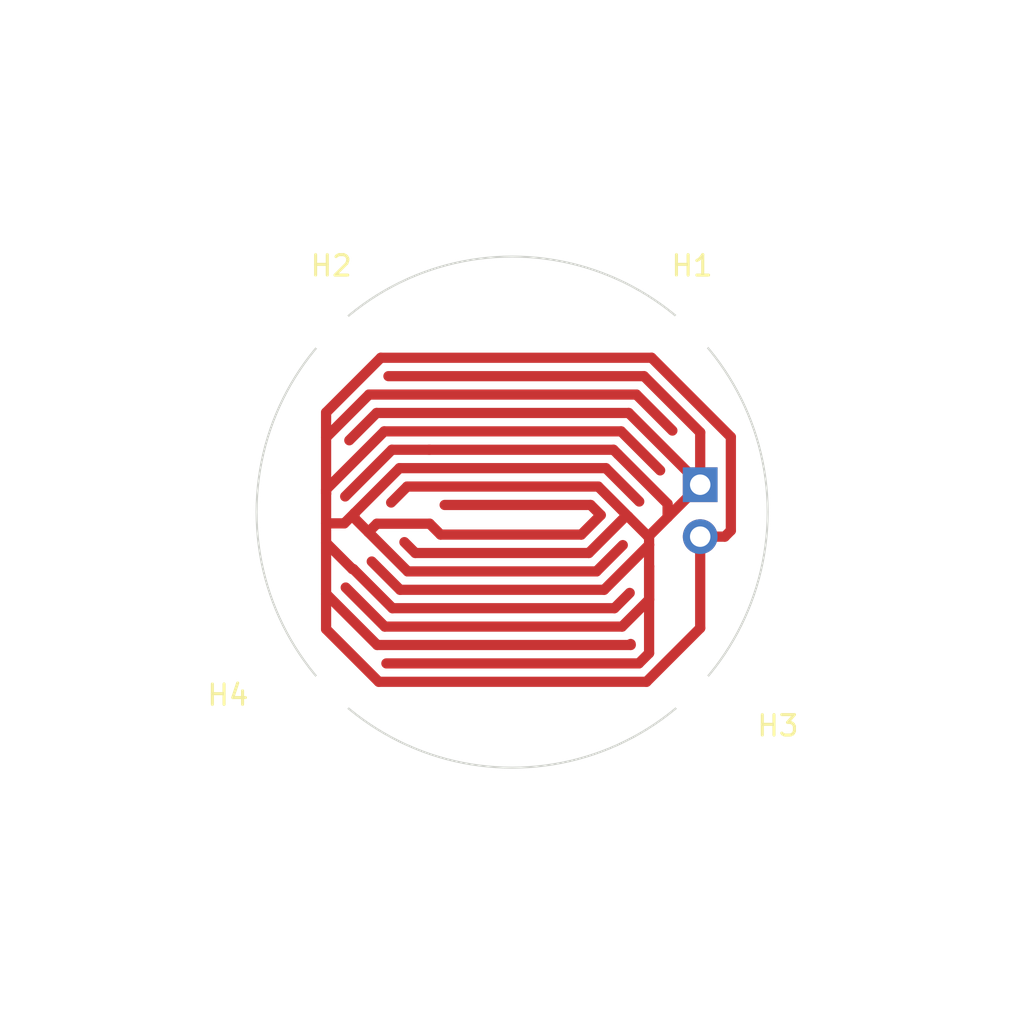
<source format=kicad_pcb>
(kicad_pcb (version 20221018) (generator pcbnew)
  (layers (0 "F.Cu" signal) (31 "B.Cu" signal) (34 "B.Paste" user) (35 "F.Paste" user) (36 "B.SilkS" user "B.Silkscreen") (37 "F.SilkS" user "F.Silkscreen") (38 "B.Mask" user) (39 "F.Mask" user) (44 "Edge.Cuts" user))
  (net 0 "")
  (net 1 "Net-(J1-Pin_1)")
  (net 2 "Net-(J1-Pin_2)")
  (footprint "MountingHole:MountingHole_2.2mm_M2" (layer "F.Cu") (at 67.6 74.95)
    (fp_text reference "H4" (at -5.05 0.1) (layer "F.SilkS"))
    (fp_text value "MountingHole")
    (pad "" np_thru_hole circle (at 0 0) (size 2.2 2.2) (drill 2.2) (layers "*.Cu" "*.Mask"))
  )
  (footprint "MountingHole:MountingHole_2.2mm_M2" (layer "F.Cu") (at 85.3 74.95)
    (fp_text reference "H3" (at 4.15 1.6) (layer "F.SilkS"))
    (fp_text value "MountingHole")
    (pad "" np_thru_hole circle (at 0 0) (size 2.2 2.2) (drill 2.2) (layers "*.Cu" "*.Mask"))
  )
  (footprint "libs:PinHeader_1x02_P2.54mm_Vertical" (layer "F.Cu") (at 85.65 64.76)
    (fp_text reference "J2" hide)
    (fp_text value "Conn_01x02")
    (pad "1" thru_hole rect (at 0 0) (size 1.7 1.7) (drill 1) (layers "*.Cu" "*.Mask") (net 1 "Net-(J1-Pin_1)"))
    (pad "2" thru_hole oval (at 0 2.54) (size 1.7 1.7) (drill 1) (layers "*.Cu" "*.Mask") (net 2 "Net-(J1-Pin_2)"))
  )
  (footprint "MountingHole:MountingHole_2.2mm_M2" (layer "F.Cu") (at 67.6 57.25)
    (fp_text reference "H2" (at 0 -3.2) (layer "F.SilkS"))
    (fp_text value "MountingHole")
    (pad "" np_thru_hole circle (at 0 0) (size 2.2 2.2) (drill 2.2) (layers "*.Cu" "*.Mask"))
  )
  (footprint "MountingHole:MountingHole_2.2mm_M2" (layer "F.Cu") (at 85.25 57.25)
    (fp_text reference "H1" (at 0 -3.2) (layer "F.SilkS"))
    (fp_text value "MountingHole")
    (pad "" np_thru_hole circle (at 0 0) (size 2.2 2.2) (drill 2.2) (layers "*.Cu" "*.Mask"))
  )
  (gr_circle (center 76.45 66.1) (end 88.95 66.1) (stroke (width 0.1)) (fill none) (layer "Edge.Cuts"))
  (segment (start 83.15 68.75) (end 83.15 73) (width 0.5) (layer "F.Cu") (net 1))
  (segment (start 83.15 67.26) (end 83.15 67.7) (width 0.5) (layer "F.Cu") (net 1))
  (segment (start 71.71396 68.1) (end 71.18198 67.56802) (width 0.5) (layer "F.Cu") (net 1))
  (segment (start 70.968376 69.9) (end 69.584188 68.515812) (width 0.5) (layer "F.Cu") (net 1))
  (segment (start 85.65 64.76) (end 84.055 66.355) (width 0.5) (layer "F.Cu") (net 1))
  (segment (start 84.055 65.696168) (end 81.629416 63.270584) (width 0.5) (layer "F.Cu") (net 1))
  (segment (start 72.4 63.05) (end 70.568376 63.05) (width 0.5) (layer "F.Cu") (net 1))
  (segment (start 84.055 66.355) (end 84.055 65.696168) (width 0.5) (layer "F.Cu") (net 1))
  (segment (start 82.9 59.45) (end 70.4 59.45) (width 0.5) (layer "F.Cu") (net 1))
  (segment (start 83.15 68.75) (end 83.15 70.377208) (width 0.5) (layer "F.Cu") (net 1))
  (segment (start 80.663248 64.85) (end 71.31396 64.85) (width 0.5) (layer "F.Cu") (net 1))
  (segment (start 83.15 73) (end 82.65 73.5) (width 0.5) (layer "F.Cu") (net 1))
  (segment (start 81.827208 71.7) (end 70.222792 71.7) (width 0.5) (layer "F.Cu") (net 1))
  (segment (start 83.073248 67.26) (end 82.131624 66.318376) (width 0.5) (layer "F.Cu") (net 1))
  (segment (start 83.15 67.7) (end 83.15 68.75) (width 0.5) (layer "F.Cu") (net 1))
  (segment (start 83.15 67.7) (end 80.95 69.9) (width 0.5) (layer "F.Cu") (net 1))
  (segment (start 85.65 64.76) (end 85.65 62.2) (width 0.5) (layer "F.Cu") (net 1))
  (segment (start 71.31396 64.85) (end 70.53198 65.63198) (width 0.5) (layer "F.Cu") (net 1))
  (segment (start 69.822792 61.25) (end 68.486396 62.586396) (width 0.5) (layer "F.Cu") (net 1))
  (segment (start 81.629416 63.270584) (end 81.408832 63.05) (width 0.5) (layer "F.Cu") (net 1))
  (segment (start 81.408832 63.05) (end 72.4 63.05) (width 0.5) (layer "F.Cu") (net 1))
  (segment (start 80.95 69.9) (end 70.968376 69.9) (width 0.5) (layer "F.Cu") (net 1))
  (segment (start 83.15 67.26) (end 83.073248 67.26) (width 0.5) (layer "F.Cu") (net 1))
  (segment (start 85.65 64.76) (end 85.65 64.745584) (width 0.5) (layer "F.Cu") (net 1))
  (segment (start 84.055 66.355) (end 83.15 67.26) (width 0.5) (layer "F.Cu") (net 1))
  (segment (start 82.65 73.5) (end 70.3 73.5) (width 0.5) (layer "F.Cu") (net 1))
  (segment (start 70.222792 71.7) (end 68.311396 69.788604) (width 0.5) (layer "F.Cu") (net 1))
  (segment (start 85.65 64.745584) (end 82.154416 61.25) (width 0.5) (layer "F.Cu") (net 1))
  (segment (start 80.204416 68.1) (end 71.71396 68.1) (width 0.5) (layer "F.Cu") (net 1))
  (segment (start 85.65 62.2) (end 82.9 59.45) (width 0.5) (layer "F.Cu") (net 1))
  (segment (start 82.131624 66.318376) (end 80.663248 64.85) (width 0.5) (layer "F.Cu") (net 1))
  (segment (start 82.154416 61.25) (end 69.822792 61.25) (width 0.5) (layer "F.Cu") (net 1))
  (segment (start 83.15 70.377208) (end 81.827208 71.7) (width 0.5) (layer "F.Cu") (net 1))
  (segment (start 82.131624 66.318376) (end 81.98604 66.318376) (width 0.5) (layer "F.Cu") (net 1))
  (segment (start 81.98604 66.318376) (end 80.204416 68.1) (width 0.5) (layer "F.Cu") (net 1))
  (segment (start 70.568376 63.05) (end 68.284188 65.334188) (width 0.5) (layer "F.Cu") (net 1))
  (segment (start 68.745584 66.145584) (end 70.941168 63.95) (width 0.5) (layer "F.Cu") (net 2))
  (segment (start 69.45 60.35) (end 82.527208 60.35) (width 0.5) (layer "F.Cu") (net 2))
  (segment (start 81.03604 63.95) (end 82.66802 65.58198) (width 0.5) (layer "F.Cu") (net 2))
  (segment (start 68.638604 68.888604) (end 68.684188 68.888604) (width 0.5) (layer "F.Cu") (net 2))
  (segment (start 80.577208 69) (end 81.863604 67.713604) (width 0.5) (layer "F.Cu") (net 2))
  (segment (start 69.83198 66.66802) (end 72.41802 66.66802) (width 0.5) (layer "F.Cu") (net 2))
  (segment (start 72.41802 66.66802) (end 72.95 67.2) (width 0.5) (layer "F.Cu") (net 2))
  (segment (start 67.35 61.227208) (end 67.35 62.45) (width 0.5) (layer "F.Cu") (net 2))
  (segment (start 83.022792 74.4) (end 69.927208 74.4) (width 0.5) (layer "F.Cu") (net 2))
  (segment (start 85.65 67.3) (end 86.852081 67.3) (width 0.5) (layer "F.Cu") (net 2))
  (segment (start 70.941168 63.95) (end 81.03604 63.95) (width 0.5) (layer "F.Cu") (net 2))
  (segment (start 86.852081 67.3) (end 87.15 67.002081) (width 0.5) (layer "F.Cu") (net 2))
  (segment (start 67.35 70.1) (end 69.85 72.6) (width 0.5) (layer "F.Cu") (net 2))
  (segment (start 67.35 65.2) (end 67.35 64.995584) (width 0.5) (layer "F.Cu") (net 2))
  (segment (start 69.927208 74.4) (end 67.35 71.822792) (width 0.5) (layer "F.Cu") (net 2))
  (segment (start 67.35 66.65) (end 68.241168 66.65) (width 0.5) (layer "F.Cu") (net 2))
  (segment (start 82.527208 60.35) (end 84.288604 62.111396) (width 0.5) (layer "F.Cu") (net 2))
  (segment (start 80.78604 66.245584) (end 80.290456 65.75) (width 0.5) (layer "F.Cu") (net 2))
  (segment (start 87.15 62.427208) (end 83.272792 58.55) (width 0.5) (layer "F.Cu") (net 2))
  (segment (start 67.35 67.6) (end 68.638604 68.888604) (width 0.5) (layer "F.Cu") (net 2))
  (segment (start 67.35 67.6) (end 67.35 66.65) (width 0.5) (layer "F.Cu") (net 2))
  (segment (start 82.25 72.6) (end 82.25 72.55) (width 0.5) (layer "F.Cu") (net 2))
  (segment (start 67.35 70.1) (end 67.35 67.6) (width 0.5) (layer "F.Cu") (net 2))
  (segment (start 71.341168 69) (end 80.577208 69) (width 0.5) (layer "F.Cu") (net 2))
  (segment (start 83.272792 58.55) (end 70.027208 58.55) (width 0.5) (layer "F.Cu") (net 2))
  (segment (start 69.420584 67.079416) (end 71.341168 69) (width 0.5) (layer "F.Cu") (net 2))
  (segment (start 69.420584 67.079416) (end 69.83198 66.66802) (width 0.5) (layer "F.Cu") (net 2))
  (segment (start 67.35 71.822792) (end 67.35 70.1) (width 0.5) (layer "F.Cu") (net 2))
  (segment (start 70.027208 58.55) (end 67.35 61.227208) (width 0.5) (layer "F.Cu") (net 2))
  (segment (start 72.95 67.2) (end 79.831624 67.2) (width 0.5) (layer "F.Cu") (net 2))
  (segment (start 81.454416 70.8) (end 82.202208 70.052208) (width 0.5) (layer "F.Cu") (net 2))
  (segment (start 70.195584 62.15) (end 81.781624 62.15) (width 0.5) (layer "F.Cu") (net 2))
  (segment (start 85.65 71.772792) (end 83.022792 74.4) (width 0.5) (layer "F.Cu") (net 2))
  (segment (start 67.35 66.65) (end 67.35 65.2) (width 0.5) (layer "F.Cu") (net 2))
  (segment (start 87.15 67.002081) (end 87.15 62.427208) (width 0.5) (layer "F.Cu") (net 2))
  (segment (start 68.684188 68.888604) (end 70.595584 70.8) (width 0.5) (layer "F.Cu") (net 2))
  (segment (start 70.595584 70.8) (end 81.454416 70.8) (width 0.5) (layer "F.Cu") (net 2))
  (segment (start 67.35 65.2) (end 67.35 62.45) (width 0.5) (layer "F.Cu") (net 2))
  (segment (start 67.35 64.995584) (end 70.195584 62.15) (width 0.5) (layer "F.Cu") (net 2))
  (segment (start 81.781624 62.15) (end 83.690812 64.059188) (width 0.5) (layer "F.Cu") (net 2))
  (segment (start 68.241168 66.65) (end 68.745584 66.145584) (width 0.5) (layer "F.Cu") (net 2))
  (segment (start 68.745584 66.145584) (end 68.745584 66.404416) (width 0.5) (layer "F.Cu") (net 2))
  (segment (start 69.85 72.6) (end 82.25 72.6) (width 0.5) (layer "F.Cu") (net 2))
  (segment (start 80.290456 65.75) (end 73.15 65.75) (width 0.5) (layer "F.Cu") (net 2))
  (segment (start 85.65 67.3) (end 85.65 71.772792) (width 0.5) (layer "F.Cu") (net 2))
  (segment (start 68.745584 66.404416) (end 69.420584 67.079416) (width 0.5) (layer "F.Cu") (net 2))
  (segment (start 67.35 62.45) (end 69.45 60.35) (width 0.5) (layer "F.Cu") (net 2))
  (segment (start 79.831624 67.2) (end 80.78604 66.245584) (width 0.5) (layer "F.Cu") (net 2))
)
</source>
